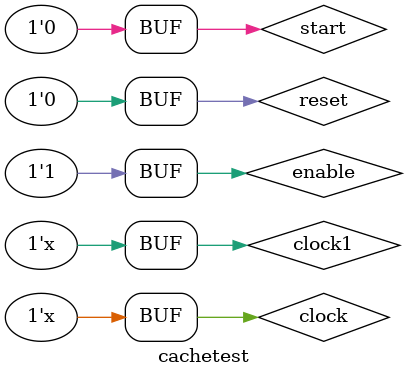
<source format=v>
`timescale 1ns / 1ps


module cachetest;

	// Inputs
	reg reset;
	reg clock1;
	reg clock;
	reg enable;
	reg start;
	reg [2:0] flag;

	// Outputs
	wire [15:0] d_addr;
	wire [15:0] i_addr;
	wire d_we;
	wire [15:0] d_dataout;
	wire [6:0] a_g;
	wire [3:0] en;

	// Instantiate the Unit Under Test (UUT)
	haha uut (
		.reset(reset), 
		.clock1(clock1), 
		.clock(clock), 
		.enable(enable), 
		.start(start), 
		.flag(flag), 
		.d_addr(d_addr), 
		.i_addr(i_addr), 
		.d_we(d_we), 
		.d_dataout(d_dataout), 
		.a_g(a_g), 
		.en(en)
	);

	always#5  clock = ~clock; 

always#1  clock1 = ~clock1; 
	initial begin
		// Initialize Inputs
		clock1 = 0;
		reset = 0;
		clock = 0;
		//i_datain = 0;
		//d_datain = 0;
		enable = 0;
		start = 0;

		// Wait 100 ns for global reset to finish
		#100;

		// Add stimulus here
 $display("pc:idir:regA:regB:regC:dr:dout:w:reC1:gr0 :gr1 :gr2 :gr3 :gr4 :gr5 :gr6 :gr7 :zf:nf:cf");
    $monitor("%h:%h:%h:%h:%h:%h:%h:%h:%h:%h:%h:%h:%h:%h:%h:%h:%h:%h:%h", 
	uut.pc,uut.id_ir, uut.reg_A, uut.reg_B, uut.reg_C,
   	d_addr, d_dataout,d_we, uut.reg_C1, uut.gr[0],uut.gr[1], uut.gr[2], uut.gr[3],uut.gr[4],uut.gr[5],uut.gr[6],uut.gr[7],uut.zf,uut.nf,uut.cf);
	
enable <= 1; 

#10 reset <= 1;start <=1;
#10 reset <= 0;
#10 start <= 0;


	end
      
endmodule


</source>
